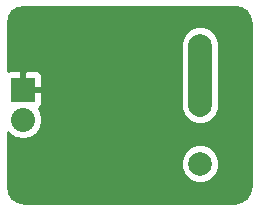
<source format=gbl>
G04 #@! TF.FileFunction,Copper,L2,Bot,Signal*
%FSLAX46Y46*%
G04 Gerber Fmt 4.6, Leading zero omitted, Abs format (unit mm)*
G04 Created by KiCad (PCBNEW 4.0.2+e4-6225~38~ubuntu15.04.1-stable) date Sat 11 Jun 2016 05:41:06 PM PDT*
%MOMM*%
G01*
G04 APERTURE LIST*
%ADD10C,0.100000*%
%ADD11C,2.000000*%
%ADD12R,2.032000X2.032000*%
%ADD13O,2.032000X2.032000*%
%ADD14C,2.000000*%
%ADD15C,0.254000*%
G04 APERTURE END LIST*
D10*
D11*
X150000000Y-105000000D03*
X150000000Y-100000000D03*
X150000000Y-95000000D03*
D12*
X135000000Y-98730000D03*
D13*
X135000000Y-101270000D03*
D14*
X150000000Y-95000000D02*
X150000000Y-100000000D01*
D15*
G36*
X153488338Y-91821046D02*
X153902333Y-92097669D01*
X154178953Y-92511660D01*
X154290000Y-93069931D01*
X154290000Y-106930069D01*
X154178953Y-107488340D01*
X153902333Y-107902331D01*
X153488338Y-108178954D01*
X152930069Y-108290000D01*
X135069931Y-108290000D01*
X134511660Y-108178953D01*
X134097669Y-107902333D01*
X133821046Y-107488338D01*
X133710000Y-106930069D01*
X133710000Y-105323795D01*
X148364716Y-105323795D01*
X148613106Y-105924943D01*
X149072637Y-106385278D01*
X149673352Y-106634716D01*
X150323795Y-106635284D01*
X150924943Y-106386894D01*
X151385278Y-105927363D01*
X151634716Y-105326648D01*
X151635284Y-104676205D01*
X151386894Y-104075057D01*
X150927363Y-103614722D01*
X150326648Y-103365284D01*
X149676205Y-103364716D01*
X149075057Y-103613106D01*
X148614722Y-104072637D01*
X148365284Y-104673352D01*
X148364716Y-105323795D01*
X133710000Y-105323795D01*
X133710000Y-102286344D01*
X133832567Y-102469778D01*
X134368190Y-102827670D01*
X135000000Y-102953345D01*
X135631810Y-102827670D01*
X136167433Y-102469778D01*
X136525325Y-101934155D01*
X136651000Y-101302345D01*
X136651000Y-101237655D01*
X136525325Y-100605845D01*
X136324628Y-100305481D01*
X136375699Y-100284327D01*
X136554327Y-100105698D01*
X136651000Y-99872309D01*
X136651000Y-99015750D01*
X136492250Y-98857000D01*
X135127000Y-98857000D01*
X135127000Y-98877000D01*
X134873000Y-98877000D01*
X134873000Y-98857000D01*
X134853000Y-98857000D01*
X134853000Y-98603000D01*
X134873000Y-98603000D01*
X134873000Y-97237750D01*
X135127000Y-97237750D01*
X135127000Y-98603000D01*
X136492250Y-98603000D01*
X136651000Y-98444250D01*
X136651000Y-97587691D01*
X136554327Y-97354302D01*
X136375699Y-97175673D01*
X136142310Y-97079000D01*
X135285750Y-97079000D01*
X135127000Y-97237750D01*
X134873000Y-97237750D01*
X134714250Y-97079000D01*
X133857690Y-97079000D01*
X133710000Y-97140175D01*
X133710000Y-95323795D01*
X148364716Y-95323795D01*
X148365000Y-95324482D01*
X148365000Y-99998574D01*
X148364716Y-100323795D01*
X148613106Y-100924943D01*
X149072637Y-101385278D01*
X149673352Y-101634716D01*
X150323795Y-101635284D01*
X150924943Y-101386894D01*
X151385278Y-100927363D01*
X151634716Y-100326648D01*
X151635284Y-99676205D01*
X151635000Y-99675518D01*
X151635000Y-95001427D01*
X151635284Y-94676205D01*
X151386894Y-94075057D01*
X150927363Y-93614722D01*
X150326648Y-93365284D01*
X149676205Y-93364716D01*
X149075057Y-93613106D01*
X148614722Y-94072637D01*
X148365284Y-94673352D01*
X148364716Y-95323795D01*
X133710000Y-95323795D01*
X133710000Y-93069931D01*
X133821046Y-92511662D01*
X134097669Y-92097667D01*
X134511660Y-91821047D01*
X135069931Y-91710000D01*
X152930069Y-91710000D01*
X153488338Y-91821046D01*
X153488338Y-91821046D01*
G37*
X153488338Y-91821046D02*
X153902333Y-92097669D01*
X154178953Y-92511660D01*
X154290000Y-93069931D01*
X154290000Y-106930069D01*
X154178953Y-107488340D01*
X153902333Y-107902331D01*
X153488338Y-108178954D01*
X152930069Y-108290000D01*
X135069931Y-108290000D01*
X134511660Y-108178953D01*
X134097669Y-107902333D01*
X133821046Y-107488338D01*
X133710000Y-106930069D01*
X133710000Y-105323795D01*
X148364716Y-105323795D01*
X148613106Y-105924943D01*
X149072637Y-106385278D01*
X149673352Y-106634716D01*
X150323795Y-106635284D01*
X150924943Y-106386894D01*
X151385278Y-105927363D01*
X151634716Y-105326648D01*
X151635284Y-104676205D01*
X151386894Y-104075057D01*
X150927363Y-103614722D01*
X150326648Y-103365284D01*
X149676205Y-103364716D01*
X149075057Y-103613106D01*
X148614722Y-104072637D01*
X148365284Y-104673352D01*
X148364716Y-105323795D01*
X133710000Y-105323795D01*
X133710000Y-102286344D01*
X133832567Y-102469778D01*
X134368190Y-102827670D01*
X135000000Y-102953345D01*
X135631810Y-102827670D01*
X136167433Y-102469778D01*
X136525325Y-101934155D01*
X136651000Y-101302345D01*
X136651000Y-101237655D01*
X136525325Y-100605845D01*
X136324628Y-100305481D01*
X136375699Y-100284327D01*
X136554327Y-100105698D01*
X136651000Y-99872309D01*
X136651000Y-99015750D01*
X136492250Y-98857000D01*
X135127000Y-98857000D01*
X135127000Y-98877000D01*
X134873000Y-98877000D01*
X134873000Y-98857000D01*
X134853000Y-98857000D01*
X134853000Y-98603000D01*
X134873000Y-98603000D01*
X134873000Y-97237750D01*
X135127000Y-97237750D01*
X135127000Y-98603000D01*
X136492250Y-98603000D01*
X136651000Y-98444250D01*
X136651000Y-97587691D01*
X136554327Y-97354302D01*
X136375699Y-97175673D01*
X136142310Y-97079000D01*
X135285750Y-97079000D01*
X135127000Y-97237750D01*
X134873000Y-97237750D01*
X134714250Y-97079000D01*
X133857690Y-97079000D01*
X133710000Y-97140175D01*
X133710000Y-95323795D01*
X148364716Y-95323795D01*
X148365000Y-95324482D01*
X148365000Y-99998574D01*
X148364716Y-100323795D01*
X148613106Y-100924943D01*
X149072637Y-101385278D01*
X149673352Y-101634716D01*
X150323795Y-101635284D01*
X150924943Y-101386894D01*
X151385278Y-100927363D01*
X151634716Y-100326648D01*
X151635284Y-99676205D01*
X151635000Y-99675518D01*
X151635000Y-95001427D01*
X151635284Y-94676205D01*
X151386894Y-94075057D01*
X150927363Y-93614722D01*
X150326648Y-93365284D01*
X149676205Y-93364716D01*
X149075057Y-93613106D01*
X148614722Y-94072637D01*
X148365284Y-94673352D01*
X148364716Y-95323795D01*
X133710000Y-95323795D01*
X133710000Y-93069931D01*
X133821046Y-92511662D01*
X134097669Y-92097667D01*
X134511660Y-91821047D01*
X135069931Y-91710000D01*
X152930069Y-91710000D01*
X153488338Y-91821046D01*
M02*

</source>
